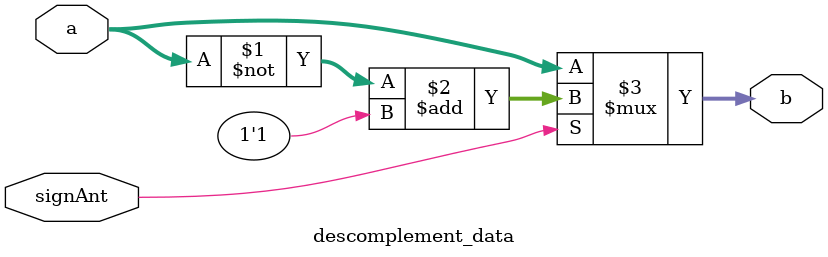
<source format=v>
module complement_data # (parameter SIZE=8) (a,sign,b);
//% This module passes from normal data (without been complemented previously) to complemented data
   input [SIZE-1:0] a;
   output [SIZE-1:0] b;
   output sign;
   
   assign b = (a[SIZE-1]) ? (~a+1'b1) :a;
   assign sign = a[SIZE-1];
	
endmodule

module descomplement_data # (parameter SIZE=8) (a,signAnt,b);
//% This module passes from complemented data non-complemented data
   input [SIZE-1:0] a;
   input signAnt;
   output [SIZE-1:0] b;
   
   //Si signAnt es uno quiere decir que era negativo y complementa
   assign b = (signAnt) ? (~a+1'b1) :a;
  
endmodule

</source>
